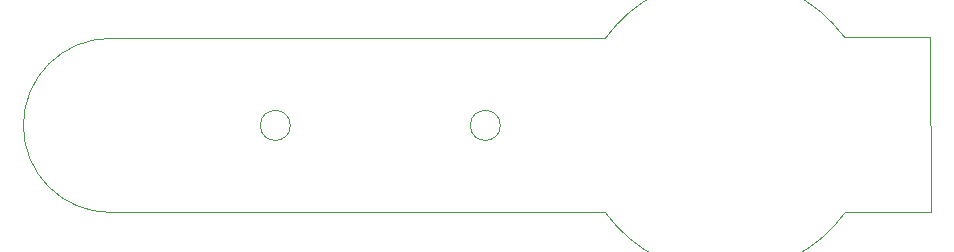
<source format=gm1>
%TF.GenerationSoftware,KiCad,Pcbnew,(6.0.7)*%
%TF.CreationDate,2022-09-23T14:32:50+02:00*%
%TF.ProjectId,LED torch,4c454420-746f-4726-9368-2e6b69636164,0.1*%
%TF.SameCoordinates,Original*%
%TF.FileFunction,Profile,NP*%
%FSLAX46Y46*%
G04 Gerber Fmt 4.6, Leading zero omitted, Abs format (unit mm)*
G04 Created by KiCad (PCBNEW (6.0.7)) date 2022-09-23 14:32:50*
%MOMM*%
%LPD*%
G01*
G04 APERTURE LIST*
%TA.AperFunction,Profile*%
%ADD10C,0.100000*%
%TD*%
G04 APERTURE END LIST*
D10*
X185031307Y-105152668D02*
X177800000Y-105156000D01*
X184983974Y-90290014D02*
X185031307Y-105152668D01*
X177710297Y-90301831D02*
X184983974Y-90290014D01*
X157480000Y-105156000D02*
G75*
G03*
X177800000Y-105156000I10160000J7366000D01*
G01*
X177710297Y-90301831D02*
G75*
G03*
X157480000Y-90424000I-10070297J-7488169D01*
G01*
X115570000Y-90424000D02*
G75*
G03*
X115570000Y-105156000I0J-7366000D01*
G01*
X115570000Y-105156000D02*
X157480000Y-105156000D01*
X115570000Y-90424000D02*
X157480000Y-90424000D01*
X148590000Y-97790000D02*
G75*
G03*
X148590000Y-97790000I-1270000J0D01*
G01*
X130810000Y-97790000D02*
G75*
G03*
X130810000Y-97790000I-1270000J0D01*
G01*
M02*

</source>
